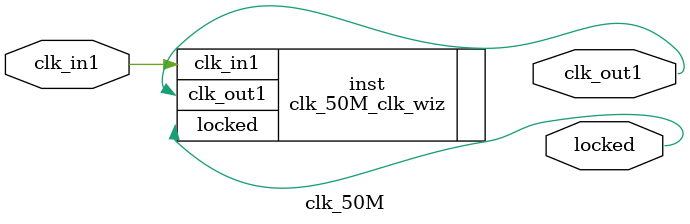
<source format=v>


`timescale 1ps/1ps

(* CORE_GENERATION_INFO = "clk_50M,clk_wiz_v6_0_3_0_0,{component_name=clk_50M,use_phase_alignment=true,use_min_o_jitter=false,use_max_i_jitter=false,use_dyn_phase_shift=false,use_inclk_switchover=false,use_dyn_reconfig=false,enable_axi=0,feedback_source=FDBK_AUTO,PRIMITIVE=MMCM,num_out_clk=1,clkin1_period=20.000,clkin2_period=10.0,use_power_down=false,use_reset=false,use_locked=true,use_inclk_stopped=false,feedback_type=SINGLE,CLOCK_MGR_TYPE=NA,manual_override=false}" *)

module clk_50M 
 (
  // Clock out ports
  output        clk_out1,
  // Status and control signals
  output        locked,
 // Clock in ports
  input         clk_in1
 );

  clk_50M_clk_wiz inst
  (
  // Clock out ports  
  .clk_out1(clk_out1),
  // Status and control signals               
  .locked(locked),
 // Clock in ports
  .clk_in1(clk_in1)
  );

endmodule

</source>
